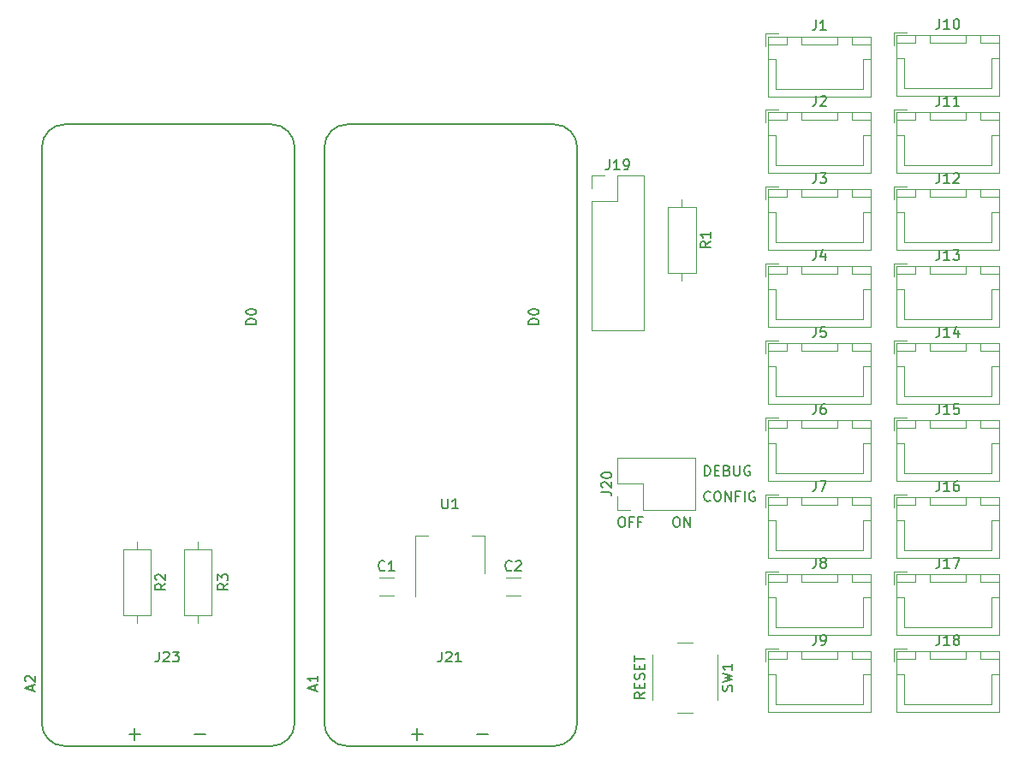
<source format=gbr>
%TF.GenerationSoftware,KiCad,Pcbnew,7.0.10-1.fc39*%
%TF.CreationDate,2024-03-03T09:54:11-06:00*%
%TF.ProjectId,mkr-sensor-shield-with-modem,6d6b722d-7365-46e7-936f-722d73686965,rev?*%
%TF.SameCoordinates,Original*%
%TF.FileFunction,Legend,Top*%
%TF.FilePolarity,Positive*%
%FSLAX46Y46*%
G04 Gerber Fmt 4.6, Leading zero omitted, Abs format (unit mm)*
G04 Created by KiCad (PCBNEW 7.0.10-1.fc39) date 2024-03-03 09:54:11*
%MOMM*%
%LPD*%
G01*
G04 APERTURE LIST*
%ADD10C,0.150000*%
%ADD11C,0.200000*%
%ADD12C,0.120000*%
G04 APERTURE END LIST*
D10*
X173272952Y-96770019D02*
X173463428Y-96770019D01*
X173463428Y-96770019D02*
X173558666Y-96817638D01*
X173558666Y-96817638D02*
X173653904Y-96912876D01*
X173653904Y-96912876D02*
X173701523Y-97103352D01*
X173701523Y-97103352D02*
X173701523Y-97436685D01*
X173701523Y-97436685D02*
X173653904Y-97627161D01*
X173653904Y-97627161D02*
X173558666Y-97722400D01*
X173558666Y-97722400D02*
X173463428Y-97770019D01*
X173463428Y-97770019D02*
X173272952Y-97770019D01*
X173272952Y-97770019D02*
X173177714Y-97722400D01*
X173177714Y-97722400D02*
X173082476Y-97627161D01*
X173082476Y-97627161D02*
X173034857Y-97436685D01*
X173034857Y-97436685D02*
X173034857Y-97103352D01*
X173034857Y-97103352D02*
X173082476Y-96912876D01*
X173082476Y-96912876D02*
X173177714Y-96817638D01*
X173177714Y-96817638D02*
X173272952Y-96770019D01*
X174130095Y-97770019D02*
X174130095Y-96770019D01*
X174130095Y-96770019D02*
X174701523Y-97770019D01*
X174701523Y-97770019D02*
X174701523Y-96770019D01*
X176705207Y-95134780D02*
X176657588Y-95182400D01*
X176657588Y-95182400D02*
X176514731Y-95230019D01*
X176514731Y-95230019D02*
X176419493Y-95230019D01*
X176419493Y-95230019D02*
X176276636Y-95182400D01*
X176276636Y-95182400D02*
X176181398Y-95087161D01*
X176181398Y-95087161D02*
X176133779Y-94991923D01*
X176133779Y-94991923D02*
X176086160Y-94801447D01*
X176086160Y-94801447D02*
X176086160Y-94658590D01*
X176086160Y-94658590D02*
X176133779Y-94468114D01*
X176133779Y-94468114D02*
X176181398Y-94372876D01*
X176181398Y-94372876D02*
X176276636Y-94277638D01*
X176276636Y-94277638D02*
X176419493Y-94230019D01*
X176419493Y-94230019D02*
X176514731Y-94230019D01*
X176514731Y-94230019D02*
X176657588Y-94277638D01*
X176657588Y-94277638D02*
X176705207Y-94325257D01*
X177324255Y-94230019D02*
X177514731Y-94230019D01*
X177514731Y-94230019D02*
X177609969Y-94277638D01*
X177609969Y-94277638D02*
X177705207Y-94372876D01*
X177705207Y-94372876D02*
X177752826Y-94563352D01*
X177752826Y-94563352D02*
X177752826Y-94896685D01*
X177752826Y-94896685D02*
X177705207Y-95087161D01*
X177705207Y-95087161D02*
X177609969Y-95182400D01*
X177609969Y-95182400D02*
X177514731Y-95230019D01*
X177514731Y-95230019D02*
X177324255Y-95230019D01*
X177324255Y-95230019D02*
X177229017Y-95182400D01*
X177229017Y-95182400D02*
X177133779Y-95087161D01*
X177133779Y-95087161D02*
X177086160Y-94896685D01*
X177086160Y-94896685D02*
X177086160Y-94563352D01*
X177086160Y-94563352D02*
X177133779Y-94372876D01*
X177133779Y-94372876D02*
X177229017Y-94277638D01*
X177229017Y-94277638D02*
X177324255Y-94230019D01*
X178181398Y-95230019D02*
X178181398Y-94230019D01*
X178181398Y-94230019D02*
X178752826Y-95230019D01*
X178752826Y-95230019D02*
X178752826Y-94230019D01*
X179562350Y-94706209D02*
X179229017Y-94706209D01*
X179229017Y-95230019D02*
X179229017Y-94230019D01*
X179229017Y-94230019D02*
X179705207Y-94230019D01*
X180086160Y-95230019D02*
X180086160Y-94230019D01*
X181086159Y-94277638D02*
X180990921Y-94230019D01*
X180990921Y-94230019D02*
X180848064Y-94230019D01*
X180848064Y-94230019D02*
X180705207Y-94277638D01*
X180705207Y-94277638D02*
X180609969Y-94372876D01*
X180609969Y-94372876D02*
X180562350Y-94468114D01*
X180562350Y-94468114D02*
X180514731Y-94658590D01*
X180514731Y-94658590D02*
X180514731Y-94801447D01*
X180514731Y-94801447D02*
X180562350Y-94991923D01*
X180562350Y-94991923D02*
X180609969Y-95087161D01*
X180609969Y-95087161D02*
X180705207Y-95182400D01*
X180705207Y-95182400D02*
X180848064Y-95230019D01*
X180848064Y-95230019D02*
X180943302Y-95230019D01*
X180943302Y-95230019D02*
X181086159Y-95182400D01*
X181086159Y-95182400D02*
X181133778Y-95134780D01*
X181133778Y-95134780D02*
X181133778Y-94801447D01*
X181133778Y-94801447D02*
X180943302Y-94801447D01*
D11*
X147156285Y-118272100D02*
X148299143Y-118272100D01*
X147727714Y-118843528D02*
X147727714Y-117700671D01*
X153584856Y-118272100D02*
X154727714Y-118272100D01*
D10*
X176133779Y-92690019D02*
X176133779Y-91690019D01*
X176133779Y-91690019D02*
X176371874Y-91690019D01*
X176371874Y-91690019D02*
X176514731Y-91737638D01*
X176514731Y-91737638D02*
X176609969Y-91832876D01*
X176609969Y-91832876D02*
X176657588Y-91928114D01*
X176657588Y-91928114D02*
X176705207Y-92118590D01*
X176705207Y-92118590D02*
X176705207Y-92261447D01*
X176705207Y-92261447D02*
X176657588Y-92451923D01*
X176657588Y-92451923D02*
X176609969Y-92547161D01*
X176609969Y-92547161D02*
X176514731Y-92642400D01*
X176514731Y-92642400D02*
X176371874Y-92690019D01*
X176371874Y-92690019D02*
X176133779Y-92690019D01*
X177133779Y-92166209D02*
X177467112Y-92166209D01*
X177609969Y-92690019D02*
X177133779Y-92690019D01*
X177133779Y-92690019D02*
X177133779Y-91690019D01*
X177133779Y-91690019D02*
X177609969Y-91690019D01*
X178371874Y-92166209D02*
X178514731Y-92213828D01*
X178514731Y-92213828D02*
X178562350Y-92261447D01*
X178562350Y-92261447D02*
X178609969Y-92356685D01*
X178609969Y-92356685D02*
X178609969Y-92499542D01*
X178609969Y-92499542D02*
X178562350Y-92594780D01*
X178562350Y-92594780D02*
X178514731Y-92642400D01*
X178514731Y-92642400D02*
X178419493Y-92690019D01*
X178419493Y-92690019D02*
X178038541Y-92690019D01*
X178038541Y-92690019D02*
X178038541Y-91690019D01*
X178038541Y-91690019D02*
X178371874Y-91690019D01*
X178371874Y-91690019D02*
X178467112Y-91737638D01*
X178467112Y-91737638D02*
X178514731Y-91785257D01*
X178514731Y-91785257D02*
X178562350Y-91880495D01*
X178562350Y-91880495D02*
X178562350Y-91975733D01*
X178562350Y-91975733D02*
X178514731Y-92070971D01*
X178514731Y-92070971D02*
X178467112Y-92118590D01*
X178467112Y-92118590D02*
X178371874Y-92166209D01*
X178371874Y-92166209D02*
X178038541Y-92166209D01*
X179038541Y-91690019D02*
X179038541Y-92499542D01*
X179038541Y-92499542D02*
X179086160Y-92594780D01*
X179086160Y-92594780D02*
X179133779Y-92642400D01*
X179133779Y-92642400D02*
X179229017Y-92690019D01*
X179229017Y-92690019D02*
X179419493Y-92690019D01*
X179419493Y-92690019D02*
X179514731Y-92642400D01*
X179514731Y-92642400D02*
X179562350Y-92594780D01*
X179562350Y-92594780D02*
X179609969Y-92499542D01*
X179609969Y-92499542D02*
X179609969Y-91690019D01*
X180609969Y-91737638D02*
X180514731Y-91690019D01*
X180514731Y-91690019D02*
X180371874Y-91690019D01*
X180371874Y-91690019D02*
X180229017Y-91737638D01*
X180229017Y-91737638D02*
X180133779Y-91832876D01*
X180133779Y-91832876D02*
X180086160Y-91928114D01*
X180086160Y-91928114D02*
X180038541Y-92118590D01*
X180038541Y-92118590D02*
X180038541Y-92261447D01*
X180038541Y-92261447D02*
X180086160Y-92451923D01*
X180086160Y-92451923D02*
X180133779Y-92547161D01*
X180133779Y-92547161D02*
X180229017Y-92642400D01*
X180229017Y-92642400D02*
X180371874Y-92690019D01*
X180371874Y-92690019D02*
X180467112Y-92690019D01*
X180467112Y-92690019D02*
X180609969Y-92642400D01*
X180609969Y-92642400D02*
X180657588Y-92594780D01*
X180657588Y-92594780D02*
X180657588Y-92261447D01*
X180657588Y-92261447D02*
X180467112Y-92261447D01*
X170196819Y-114132381D02*
X169720628Y-114465714D01*
X170196819Y-114703809D02*
X169196819Y-114703809D01*
X169196819Y-114703809D02*
X169196819Y-114322857D01*
X169196819Y-114322857D02*
X169244438Y-114227619D01*
X169244438Y-114227619D02*
X169292057Y-114180000D01*
X169292057Y-114180000D02*
X169387295Y-114132381D01*
X169387295Y-114132381D02*
X169530152Y-114132381D01*
X169530152Y-114132381D02*
X169625390Y-114180000D01*
X169625390Y-114180000D02*
X169673009Y-114227619D01*
X169673009Y-114227619D02*
X169720628Y-114322857D01*
X169720628Y-114322857D02*
X169720628Y-114703809D01*
X169673009Y-113703809D02*
X169673009Y-113370476D01*
X170196819Y-113227619D02*
X170196819Y-113703809D01*
X170196819Y-113703809D02*
X169196819Y-113703809D01*
X169196819Y-113703809D02*
X169196819Y-113227619D01*
X170149200Y-112846666D02*
X170196819Y-112703809D01*
X170196819Y-112703809D02*
X170196819Y-112465714D01*
X170196819Y-112465714D02*
X170149200Y-112370476D01*
X170149200Y-112370476D02*
X170101580Y-112322857D01*
X170101580Y-112322857D02*
X170006342Y-112275238D01*
X170006342Y-112275238D02*
X169911104Y-112275238D01*
X169911104Y-112275238D02*
X169815866Y-112322857D01*
X169815866Y-112322857D02*
X169768247Y-112370476D01*
X169768247Y-112370476D02*
X169720628Y-112465714D01*
X169720628Y-112465714D02*
X169673009Y-112656190D01*
X169673009Y-112656190D02*
X169625390Y-112751428D01*
X169625390Y-112751428D02*
X169577771Y-112799047D01*
X169577771Y-112799047D02*
X169482533Y-112846666D01*
X169482533Y-112846666D02*
X169387295Y-112846666D01*
X169387295Y-112846666D02*
X169292057Y-112799047D01*
X169292057Y-112799047D02*
X169244438Y-112751428D01*
X169244438Y-112751428D02*
X169196819Y-112656190D01*
X169196819Y-112656190D02*
X169196819Y-112418095D01*
X169196819Y-112418095D02*
X169244438Y-112275238D01*
X169673009Y-111846666D02*
X169673009Y-111513333D01*
X170196819Y-111370476D02*
X170196819Y-111846666D01*
X170196819Y-111846666D02*
X169196819Y-111846666D01*
X169196819Y-111846666D02*
X169196819Y-111370476D01*
X169196819Y-111084761D02*
X169196819Y-110513333D01*
X170196819Y-110799047D02*
X169196819Y-110799047D01*
D11*
X119216285Y-118272100D02*
X120359143Y-118272100D01*
X119787714Y-118843528D02*
X119787714Y-117700671D01*
X125644856Y-118272100D02*
X126787714Y-118272100D01*
D10*
X167859619Y-96770019D02*
X168050095Y-96770019D01*
X168050095Y-96770019D02*
X168145333Y-96817638D01*
X168145333Y-96817638D02*
X168240571Y-96912876D01*
X168240571Y-96912876D02*
X168288190Y-97103352D01*
X168288190Y-97103352D02*
X168288190Y-97436685D01*
X168288190Y-97436685D02*
X168240571Y-97627161D01*
X168240571Y-97627161D02*
X168145333Y-97722400D01*
X168145333Y-97722400D02*
X168050095Y-97770019D01*
X168050095Y-97770019D02*
X167859619Y-97770019D01*
X167859619Y-97770019D02*
X167764381Y-97722400D01*
X167764381Y-97722400D02*
X167669143Y-97627161D01*
X167669143Y-97627161D02*
X167621524Y-97436685D01*
X167621524Y-97436685D02*
X167621524Y-97103352D01*
X167621524Y-97103352D02*
X167669143Y-96912876D01*
X167669143Y-96912876D02*
X167764381Y-96817638D01*
X167764381Y-96817638D02*
X167859619Y-96770019D01*
X169050095Y-97246209D02*
X168716762Y-97246209D01*
X168716762Y-97770019D02*
X168716762Y-96770019D01*
X168716762Y-96770019D02*
X169192952Y-96770019D01*
X169907238Y-97246209D02*
X169573905Y-97246209D01*
X169573905Y-97770019D02*
X169573905Y-96770019D01*
X169573905Y-96770019D02*
X170050095Y-96770019D01*
X199372476Y-77980019D02*
X199372476Y-78694304D01*
X199372476Y-78694304D02*
X199324857Y-78837161D01*
X199324857Y-78837161D02*
X199229619Y-78932400D01*
X199229619Y-78932400D02*
X199086762Y-78980019D01*
X199086762Y-78980019D02*
X198991524Y-78980019D01*
X200372476Y-78980019D02*
X199801048Y-78980019D01*
X200086762Y-78980019D02*
X200086762Y-77980019D01*
X200086762Y-77980019D02*
X199991524Y-78122876D01*
X199991524Y-78122876D02*
X199896286Y-78218114D01*
X199896286Y-78218114D02*
X199801048Y-78265733D01*
X201229619Y-78313352D02*
X201229619Y-78980019D01*
X200991524Y-77932400D02*
X200753429Y-78646685D01*
X200753429Y-78646685D02*
X201372476Y-78646685D01*
X187148666Y-93220019D02*
X187148666Y-93934304D01*
X187148666Y-93934304D02*
X187101047Y-94077161D01*
X187101047Y-94077161D02*
X187005809Y-94172400D01*
X187005809Y-94172400D02*
X186862952Y-94220019D01*
X186862952Y-94220019D02*
X186767714Y-94220019D01*
X187529619Y-93220019D02*
X188196285Y-93220019D01*
X188196285Y-93220019D02*
X187767714Y-94220019D01*
X157050333Y-102019580D02*
X157002714Y-102067200D01*
X157002714Y-102067200D02*
X156859857Y-102114819D01*
X156859857Y-102114819D02*
X156764619Y-102114819D01*
X156764619Y-102114819D02*
X156621762Y-102067200D01*
X156621762Y-102067200D02*
X156526524Y-101971961D01*
X156526524Y-101971961D02*
X156478905Y-101876723D01*
X156478905Y-101876723D02*
X156431286Y-101686247D01*
X156431286Y-101686247D02*
X156431286Y-101543390D01*
X156431286Y-101543390D02*
X156478905Y-101352914D01*
X156478905Y-101352914D02*
X156526524Y-101257676D01*
X156526524Y-101257676D02*
X156621762Y-101162438D01*
X156621762Y-101162438D02*
X156764619Y-101114819D01*
X156764619Y-101114819D02*
X156859857Y-101114819D01*
X156859857Y-101114819D02*
X157002714Y-101162438D01*
X157002714Y-101162438D02*
X157050333Y-101210057D01*
X157431286Y-101210057D02*
X157478905Y-101162438D01*
X157478905Y-101162438D02*
X157574143Y-101114819D01*
X157574143Y-101114819D02*
X157812238Y-101114819D01*
X157812238Y-101114819D02*
X157907476Y-101162438D01*
X157907476Y-101162438D02*
X157955095Y-101210057D01*
X157955095Y-101210057D02*
X158002714Y-101305295D01*
X158002714Y-101305295D02*
X158002714Y-101400533D01*
X158002714Y-101400533D02*
X157955095Y-101543390D01*
X157955095Y-101543390D02*
X157383667Y-102114819D01*
X157383667Y-102114819D02*
X158002714Y-102114819D01*
X199372476Y-55120019D02*
X199372476Y-55834304D01*
X199372476Y-55834304D02*
X199324857Y-55977161D01*
X199324857Y-55977161D02*
X199229619Y-56072400D01*
X199229619Y-56072400D02*
X199086762Y-56120019D01*
X199086762Y-56120019D02*
X198991524Y-56120019D01*
X200372476Y-56120019D02*
X199801048Y-56120019D01*
X200086762Y-56120019D02*
X200086762Y-55120019D01*
X200086762Y-55120019D02*
X199991524Y-55262876D01*
X199991524Y-55262876D02*
X199896286Y-55358114D01*
X199896286Y-55358114D02*
X199801048Y-55405733D01*
X201324857Y-56120019D02*
X200753429Y-56120019D01*
X201039143Y-56120019D02*
X201039143Y-55120019D01*
X201039143Y-55120019D02*
X200943905Y-55262876D01*
X200943905Y-55262876D02*
X200848667Y-55358114D01*
X200848667Y-55358114D02*
X200753429Y-55405733D01*
X199372476Y-70360019D02*
X199372476Y-71074304D01*
X199372476Y-71074304D02*
X199324857Y-71217161D01*
X199324857Y-71217161D02*
X199229619Y-71312400D01*
X199229619Y-71312400D02*
X199086762Y-71360019D01*
X199086762Y-71360019D02*
X198991524Y-71360019D01*
X200372476Y-71360019D02*
X199801048Y-71360019D01*
X200086762Y-71360019D02*
X200086762Y-70360019D01*
X200086762Y-70360019D02*
X199991524Y-70502876D01*
X199991524Y-70502876D02*
X199896286Y-70598114D01*
X199896286Y-70598114D02*
X199801048Y-70645733D01*
X200705810Y-70360019D02*
X201324857Y-70360019D01*
X201324857Y-70360019D02*
X200991524Y-70740971D01*
X200991524Y-70740971D02*
X201134381Y-70740971D01*
X201134381Y-70740971D02*
X201229619Y-70788590D01*
X201229619Y-70788590D02*
X201277238Y-70836209D01*
X201277238Y-70836209D02*
X201324857Y-70931447D01*
X201324857Y-70931447D02*
X201324857Y-71169542D01*
X201324857Y-71169542D02*
X201277238Y-71264780D01*
X201277238Y-71264780D02*
X201229619Y-71312400D01*
X201229619Y-71312400D02*
X201134381Y-71360019D01*
X201134381Y-71360019D02*
X200848667Y-71360019D01*
X200848667Y-71360019D02*
X200753429Y-71312400D01*
X200753429Y-71312400D02*
X200705810Y-71264780D01*
X199372476Y-85600019D02*
X199372476Y-86314304D01*
X199372476Y-86314304D02*
X199324857Y-86457161D01*
X199324857Y-86457161D02*
X199229619Y-86552400D01*
X199229619Y-86552400D02*
X199086762Y-86600019D01*
X199086762Y-86600019D02*
X198991524Y-86600019D01*
X200372476Y-86600019D02*
X199801048Y-86600019D01*
X200086762Y-86600019D02*
X200086762Y-85600019D01*
X200086762Y-85600019D02*
X199991524Y-85742876D01*
X199991524Y-85742876D02*
X199896286Y-85838114D01*
X199896286Y-85838114D02*
X199801048Y-85885733D01*
X201277238Y-85600019D02*
X200801048Y-85600019D01*
X200801048Y-85600019D02*
X200753429Y-86076209D01*
X200753429Y-86076209D02*
X200801048Y-86028590D01*
X200801048Y-86028590D02*
X200896286Y-85980971D01*
X200896286Y-85980971D02*
X201134381Y-85980971D01*
X201134381Y-85980971D02*
X201229619Y-86028590D01*
X201229619Y-86028590D02*
X201277238Y-86076209D01*
X201277238Y-86076209D02*
X201324857Y-86171447D01*
X201324857Y-86171447D02*
X201324857Y-86409542D01*
X201324857Y-86409542D02*
X201277238Y-86504780D01*
X201277238Y-86504780D02*
X201229619Y-86552400D01*
X201229619Y-86552400D02*
X201134381Y-86600019D01*
X201134381Y-86600019D02*
X200896286Y-86600019D01*
X200896286Y-86600019D02*
X200801048Y-86552400D01*
X200801048Y-86552400D02*
X200753429Y-86504780D01*
X199372476Y-62740019D02*
X199372476Y-63454304D01*
X199372476Y-63454304D02*
X199324857Y-63597161D01*
X199324857Y-63597161D02*
X199229619Y-63692400D01*
X199229619Y-63692400D02*
X199086762Y-63740019D01*
X199086762Y-63740019D02*
X198991524Y-63740019D01*
X200372476Y-63740019D02*
X199801048Y-63740019D01*
X200086762Y-63740019D02*
X200086762Y-62740019D01*
X200086762Y-62740019D02*
X199991524Y-62882876D01*
X199991524Y-62882876D02*
X199896286Y-62978114D01*
X199896286Y-62978114D02*
X199801048Y-63025733D01*
X200753429Y-62835257D02*
X200801048Y-62787638D01*
X200801048Y-62787638D02*
X200896286Y-62740019D01*
X200896286Y-62740019D02*
X201134381Y-62740019D01*
X201134381Y-62740019D02*
X201229619Y-62787638D01*
X201229619Y-62787638D02*
X201277238Y-62835257D01*
X201277238Y-62835257D02*
X201324857Y-62930495D01*
X201324857Y-62930495D02*
X201324857Y-63025733D01*
X201324857Y-63025733D02*
X201277238Y-63168590D01*
X201277238Y-63168590D02*
X200705810Y-63740019D01*
X200705810Y-63740019D02*
X201324857Y-63740019D01*
X150132476Y-110114819D02*
X150132476Y-110829104D01*
X150132476Y-110829104D02*
X150084857Y-110971961D01*
X150084857Y-110971961D02*
X149989619Y-111067200D01*
X149989619Y-111067200D02*
X149846762Y-111114819D01*
X149846762Y-111114819D02*
X149751524Y-111114819D01*
X150561048Y-110210057D02*
X150608667Y-110162438D01*
X150608667Y-110162438D02*
X150703905Y-110114819D01*
X150703905Y-110114819D02*
X150942000Y-110114819D01*
X150942000Y-110114819D02*
X151037238Y-110162438D01*
X151037238Y-110162438D02*
X151084857Y-110210057D01*
X151084857Y-110210057D02*
X151132476Y-110305295D01*
X151132476Y-110305295D02*
X151132476Y-110400533D01*
X151132476Y-110400533D02*
X151084857Y-110543390D01*
X151084857Y-110543390D02*
X150513429Y-111114819D01*
X150513429Y-111114819D02*
X151132476Y-111114819D01*
X152084857Y-111114819D02*
X151513429Y-111114819D01*
X151799143Y-111114819D02*
X151799143Y-110114819D01*
X151799143Y-110114819D02*
X151703905Y-110257676D01*
X151703905Y-110257676D02*
X151608667Y-110352914D01*
X151608667Y-110352914D02*
X151513429Y-110400533D01*
X199372476Y-100840019D02*
X199372476Y-101554304D01*
X199372476Y-101554304D02*
X199324857Y-101697161D01*
X199324857Y-101697161D02*
X199229619Y-101792400D01*
X199229619Y-101792400D02*
X199086762Y-101840019D01*
X199086762Y-101840019D02*
X198991524Y-101840019D01*
X200372476Y-101840019D02*
X199801048Y-101840019D01*
X200086762Y-101840019D02*
X200086762Y-100840019D01*
X200086762Y-100840019D02*
X199991524Y-100982876D01*
X199991524Y-100982876D02*
X199896286Y-101078114D01*
X199896286Y-101078114D02*
X199801048Y-101125733D01*
X200705810Y-100840019D02*
X201372476Y-100840019D01*
X201372476Y-100840019D02*
X200943905Y-101840019D01*
X199372476Y-93220019D02*
X199372476Y-93934304D01*
X199372476Y-93934304D02*
X199324857Y-94077161D01*
X199324857Y-94077161D02*
X199229619Y-94172400D01*
X199229619Y-94172400D02*
X199086762Y-94220019D01*
X199086762Y-94220019D02*
X198991524Y-94220019D01*
X200372476Y-94220019D02*
X199801048Y-94220019D01*
X200086762Y-94220019D02*
X200086762Y-93220019D01*
X200086762Y-93220019D02*
X199991524Y-93362876D01*
X199991524Y-93362876D02*
X199896286Y-93458114D01*
X199896286Y-93458114D02*
X199801048Y-93505733D01*
X201229619Y-93220019D02*
X201039143Y-93220019D01*
X201039143Y-93220019D02*
X200943905Y-93267638D01*
X200943905Y-93267638D02*
X200896286Y-93315257D01*
X200896286Y-93315257D02*
X200801048Y-93458114D01*
X200801048Y-93458114D02*
X200753429Y-93648590D01*
X200753429Y-93648590D02*
X200753429Y-94029542D01*
X200753429Y-94029542D02*
X200801048Y-94124780D01*
X200801048Y-94124780D02*
X200848667Y-94172400D01*
X200848667Y-94172400D02*
X200943905Y-94220019D01*
X200943905Y-94220019D02*
X201134381Y-94220019D01*
X201134381Y-94220019D02*
X201229619Y-94172400D01*
X201229619Y-94172400D02*
X201277238Y-94124780D01*
X201277238Y-94124780D02*
X201324857Y-94029542D01*
X201324857Y-94029542D02*
X201324857Y-93791447D01*
X201324857Y-93791447D02*
X201277238Y-93696209D01*
X201277238Y-93696209D02*
X201229619Y-93648590D01*
X201229619Y-93648590D02*
X201134381Y-93600971D01*
X201134381Y-93600971D02*
X200943905Y-93600971D01*
X200943905Y-93600971D02*
X200848667Y-93648590D01*
X200848667Y-93648590D02*
X200801048Y-93696209D01*
X200801048Y-93696209D02*
X200753429Y-93791447D01*
X187148666Y-77980019D02*
X187148666Y-78694304D01*
X187148666Y-78694304D02*
X187101047Y-78837161D01*
X187101047Y-78837161D02*
X187005809Y-78932400D01*
X187005809Y-78932400D02*
X186862952Y-78980019D01*
X186862952Y-78980019D02*
X186767714Y-78980019D01*
X188101047Y-77980019D02*
X187624857Y-77980019D01*
X187624857Y-77980019D02*
X187577238Y-78456209D01*
X187577238Y-78456209D02*
X187624857Y-78408590D01*
X187624857Y-78408590D02*
X187720095Y-78360971D01*
X187720095Y-78360971D02*
X187958190Y-78360971D01*
X187958190Y-78360971D02*
X188053428Y-78408590D01*
X188053428Y-78408590D02*
X188101047Y-78456209D01*
X188101047Y-78456209D02*
X188148666Y-78551447D01*
X188148666Y-78551447D02*
X188148666Y-78789542D01*
X188148666Y-78789542D02*
X188101047Y-78884780D01*
X188101047Y-78884780D02*
X188053428Y-78932400D01*
X188053428Y-78932400D02*
X187958190Y-78980019D01*
X187958190Y-78980019D02*
X187720095Y-78980019D01*
X187720095Y-78980019D02*
X187624857Y-78932400D01*
X187624857Y-78932400D02*
X187577238Y-78884780D01*
X187148666Y-47624819D02*
X187148666Y-48339104D01*
X187148666Y-48339104D02*
X187101047Y-48481961D01*
X187101047Y-48481961D02*
X187005809Y-48577200D01*
X187005809Y-48577200D02*
X186862952Y-48624819D01*
X186862952Y-48624819D02*
X186767714Y-48624819D01*
X188148666Y-48624819D02*
X187577238Y-48624819D01*
X187862952Y-48624819D02*
X187862952Y-47624819D01*
X187862952Y-47624819D02*
X187767714Y-47767676D01*
X187767714Y-47767676D02*
X187672476Y-47862914D01*
X187672476Y-47862914D02*
X187577238Y-47910533D01*
X150180095Y-94964819D02*
X150180095Y-95774342D01*
X150180095Y-95774342D02*
X150227714Y-95869580D01*
X150227714Y-95869580D02*
X150275333Y-95917200D01*
X150275333Y-95917200D02*
X150370571Y-95964819D01*
X150370571Y-95964819D02*
X150561047Y-95964819D01*
X150561047Y-95964819D02*
X150656285Y-95917200D01*
X150656285Y-95917200D02*
X150703904Y-95869580D01*
X150703904Y-95869580D02*
X150751523Y-95774342D01*
X150751523Y-95774342D02*
X150751523Y-94964819D01*
X151751523Y-95964819D02*
X151180095Y-95964819D01*
X151465809Y-95964819D02*
X151465809Y-94964819D01*
X151465809Y-94964819D02*
X151370571Y-95107676D01*
X151370571Y-95107676D02*
X151275333Y-95202914D01*
X151275333Y-95202914D02*
X151180095Y-95250533D01*
X187148666Y-100840019D02*
X187148666Y-101554304D01*
X187148666Y-101554304D02*
X187101047Y-101697161D01*
X187101047Y-101697161D02*
X187005809Y-101792400D01*
X187005809Y-101792400D02*
X186862952Y-101840019D01*
X186862952Y-101840019D02*
X186767714Y-101840019D01*
X187767714Y-101268590D02*
X187672476Y-101220971D01*
X187672476Y-101220971D02*
X187624857Y-101173352D01*
X187624857Y-101173352D02*
X187577238Y-101078114D01*
X187577238Y-101078114D02*
X187577238Y-101030495D01*
X187577238Y-101030495D02*
X187624857Y-100935257D01*
X187624857Y-100935257D02*
X187672476Y-100887638D01*
X187672476Y-100887638D02*
X187767714Y-100840019D01*
X187767714Y-100840019D02*
X187958190Y-100840019D01*
X187958190Y-100840019D02*
X188053428Y-100887638D01*
X188053428Y-100887638D02*
X188101047Y-100935257D01*
X188101047Y-100935257D02*
X188148666Y-101030495D01*
X188148666Y-101030495D02*
X188148666Y-101078114D01*
X188148666Y-101078114D02*
X188101047Y-101173352D01*
X188101047Y-101173352D02*
X188053428Y-101220971D01*
X188053428Y-101220971D02*
X187958190Y-101268590D01*
X187958190Y-101268590D02*
X187767714Y-101268590D01*
X187767714Y-101268590D02*
X187672476Y-101316209D01*
X187672476Y-101316209D02*
X187624857Y-101363828D01*
X187624857Y-101363828D02*
X187577238Y-101459066D01*
X187577238Y-101459066D02*
X187577238Y-101649542D01*
X187577238Y-101649542D02*
X187624857Y-101744780D01*
X187624857Y-101744780D02*
X187672476Y-101792400D01*
X187672476Y-101792400D02*
X187767714Y-101840019D01*
X187767714Y-101840019D02*
X187958190Y-101840019D01*
X187958190Y-101840019D02*
X188053428Y-101792400D01*
X188053428Y-101792400D02*
X188101047Y-101744780D01*
X188101047Y-101744780D02*
X188148666Y-101649542D01*
X188148666Y-101649542D02*
X188148666Y-101459066D01*
X188148666Y-101459066D02*
X188101047Y-101363828D01*
X188101047Y-101363828D02*
X188053428Y-101316209D01*
X188053428Y-101316209D02*
X187958190Y-101268590D01*
X176716819Y-69541866D02*
X176240628Y-69875199D01*
X176716819Y-70113294D02*
X175716819Y-70113294D01*
X175716819Y-70113294D02*
X175716819Y-69732342D01*
X175716819Y-69732342D02*
X175764438Y-69637104D01*
X175764438Y-69637104D02*
X175812057Y-69589485D01*
X175812057Y-69589485D02*
X175907295Y-69541866D01*
X175907295Y-69541866D02*
X176050152Y-69541866D01*
X176050152Y-69541866D02*
X176145390Y-69589485D01*
X176145390Y-69589485D02*
X176193009Y-69637104D01*
X176193009Y-69637104D02*
X176240628Y-69732342D01*
X176240628Y-69732342D02*
X176240628Y-70113294D01*
X176716819Y-68589485D02*
X176716819Y-69160913D01*
X176716819Y-68875199D02*
X175716819Y-68875199D01*
X175716819Y-68875199D02*
X175859676Y-68970437D01*
X175859676Y-68970437D02*
X175954914Y-69065675D01*
X175954914Y-69065675D02*
X176002533Y-69160913D01*
X187148666Y-70360019D02*
X187148666Y-71074304D01*
X187148666Y-71074304D02*
X187101047Y-71217161D01*
X187101047Y-71217161D02*
X187005809Y-71312400D01*
X187005809Y-71312400D02*
X186862952Y-71360019D01*
X186862952Y-71360019D02*
X186767714Y-71360019D01*
X188053428Y-70693352D02*
X188053428Y-71360019D01*
X187815333Y-70312400D02*
X187577238Y-71026685D01*
X187577238Y-71026685D02*
X188196285Y-71026685D01*
X178844200Y-114013332D02*
X178891819Y-113870475D01*
X178891819Y-113870475D02*
X178891819Y-113632380D01*
X178891819Y-113632380D02*
X178844200Y-113537142D01*
X178844200Y-113537142D02*
X178796580Y-113489523D01*
X178796580Y-113489523D02*
X178701342Y-113441904D01*
X178701342Y-113441904D02*
X178606104Y-113441904D01*
X178606104Y-113441904D02*
X178510866Y-113489523D01*
X178510866Y-113489523D02*
X178463247Y-113537142D01*
X178463247Y-113537142D02*
X178415628Y-113632380D01*
X178415628Y-113632380D02*
X178368009Y-113822856D01*
X178368009Y-113822856D02*
X178320390Y-113918094D01*
X178320390Y-113918094D02*
X178272771Y-113965713D01*
X178272771Y-113965713D02*
X178177533Y-114013332D01*
X178177533Y-114013332D02*
X178082295Y-114013332D01*
X178082295Y-114013332D02*
X177987057Y-113965713D01*
X177987057Y-113965713D02*
X177939438Y-113918094D01*
X177939438Y-113918094D02*
X177891819Y-113822856D01*
X177891819Y-113822856D02*
X177891819Y-113584761D01*
X177891819Y-113584761D02*
X177939438Y-113441904D01*
X177891819Y-113108570D02*
X178891819Y-112870475D01*
X178891819Y-112870475D02*
X178177533Y-112679999D01*
X178177533Y-112679999D02*
X178891819Y-112489523D01*
X178891819Y-112489523D02*
X177891819Y-112251428D01*
X178891819Y-111346666D02*
X178891819Y-111918094D01*
X178891819Y-111632380D02*
X177891819Y-111632380D01*
X177891819Y-111632380D02*
X178034676Y-111727618D01*
X178034676Y-111727618D02*
X178129914Y-111822856D01*
X178129914Y-111822856D02*
X178177533Y-111918094D01*
X187148666Y-108460019D02*
X187148666Y-109174304D01*
X187148666Y-109174304D02*
X187101047Y-109317161D01*
X187101047Y-109317161D02*
X187005809Y-109412400D01*
X187005809Y-109412400D02*
X186862952Y-109460019D01*
X186862952Y-109460019D02*
X186767714Y-109460019D01*
X187672476Y-109460019D02*
X187862952Y-109460019D01*
X187862952Y-109460019D02*
X187958190Y-109412400D01*
X187958190Y-109412400D02*
X188005809Y-109364780D01*
X188005809Y-109364780D02*
X188101047Y-109221923D01*
X188101047Y-109221923D02*
X188148666Y-109031447D01*
X188148666Y-109031447D02*
X188148666Y-108650495D01*
X188148666Y-108650495D02*
X188101047Y-108555257D01*
X188101047Y-108555257D02*
X188053428Y-108507638D01*
X188053428Y-108507638D02*
X187958190Y-108460019D01*
X187958190Y-108460019D02*
X187767714Y-108460019D01*
X187767714Y-108460019D02*
X187672476Y-108507638D01*
X187672476Y-108507638D02*
X187624857Y-108555257D01*
X187624857Y-108555257D02*
X187577238Y-108650495D01*
X187577238Y-108650495D02*
X187577238Y-108888590D01*
X187577238Y-108888590D02*
X187624857Y-108983828D01*
X187624857Y-108983828D02*
X187672476Y-109031447D01*
X187672476Y-109031447D02*
X187767714Y-109079066D01*
X187767714Y-109079066D02*
X187958190Y-109079066D01*
X187958190Y-109079066D02*
X188053428Y-109031447D01*
X188053428Y-109031447D02*
X188101047Y-108983828D01*
X188101047Y-108983828D02*
X188148666Y-108888590D01*
X128996819Y-103396666D02*
X128520628Y-103729999D01*
X128996819Y-103968094D02*
X127996819Y-103968094D01*
X127996819Y-103968094D02*
X127996819Y-103587142D01*
X127996819Y-103587142D02*
X128044438Y-103491904D01*
X128044438Y-103491904D02*
X128092057Y-103444285D01*
X128092057Y-103444285D02*
X128187295Y-103396666D01*
X128187295Y-103396666D02*
X128330152Y-103396666D01*
X128330152Y-103396666D02*
X128425390Y-103444285D01*
X128425390Y-103444285D02*
X128473009Y-103491904D01*
X128473009Y-103491904D02*
X128520628Y-103587142D01*
X128520628Y-103587142D02*
X128520628Y-103968094D01*
X127996819Y-103063332D02*
X127996819Y-102444285D01*
X127996819Y-102444285D02*
X128377771Y-102777618D01*
X128377771Y-102777618D02*
X128377771Y-102634761D01*
X128377771Y-102634761D02*
X128425390Y-102539523D01*
X128425390Y-102539523D02*
X128473009Y-102491904D01*
X128473009Y-102491904D02*
X128568247Y-102444285D01*
X128568247Y-102444285D02*
X128806342Y-102444285D01*
X128806342Y-102444285D02*
X128901580Y-102491904D01*
X128901580Y-102491904D02*
X128949200Y-102539523D01*
X128949200Y-102539523D02*
X128996819Y-102634761D01*
X128996819Y-102634761D02*
X128996819Y-102920475D01*
X128996819Y-102920475D02*
X128949200Y-103015713D01*
X128949200Y-103015713D02*
X128901580Y-103063332D01*
X187148666Y-62740019D02*
X187148666Y-63454304D01*
X187148666Y-63454304D02*
X187101047Y-63597161D01*
X187101047Y-63597161D02*
X187005809Y-63692400D01*
X187005809Y-63692400D02*
X186862952Y-63740019D01*
X186862952Y-63740019D02*
X186767714Y-63740019D01*
X187529619Y-62740019D02*
X188148666Y-62740019D01*
X188148666Y-62740019D02*
X187815333Y-63120971D01*
X187815333Y-63120971D02*
X187958190Y-63120971D01*
X187958190Y-63120971D02*
X188053428Y-63168590D01*
X188053428Y-63168590D02*
X188101047Y-63216209D01*
X188101047Y-63216209D02*
X188148666Y-63311447D01*
X188148666Y-63311447D02*
X188148666Y-63549542D01*
X188148666Y-63549542D02*
X188101047Y-63644780D01*
X188101047Y-63644780D02*
X188053428Y-63692400D01*
X188053428Y-63692400D02*
X187958190Y-63740019D01*
X187958190Y-63740019D02*
X187672476Y-63740019D01*
X187672476Y-63740019D02*
X187577238Y-63692400D01*
X187577238Y-63692400D02*
X187529619Y-63644780D01*
X166732476Y-61420019D02*
X166732476Y-62134304D01*
X166732476Y-62134304D02*
X166684857Y-62277161D01*
X166684857Y-62277161D02*
X166589619Y-62372400D01*
X166589619Y-62372400D02*
X166446762Y-62420019D01*
X166446762Y-62420019D02*
X166351524Y-62420019D01*
X167732476Y-62420019D02*
X167161048Y-62420019D01*
X167446762Y-62420019D02*
X167446762Y-61420019D01*
X167446762Y-61420019D02*
X167351524Y-61562876D01*
X167351524Y-61562876D02*
X167256286Y-61658114D01*
X167256286Y-61658114D02*
X167161048Y-61705733D01*
X168208667Y-62420019D02*
X168399143Y-62420019D01*
X168399143Y-62420019D02*
X168494381Y-62372400D01*
X168494381Y-62372400D02*
X168542000Y-62324780D01*
X168542000Y-62324780D02*
X168637238Y-62181923D01*
X168637238Y-62181923D02*
X168684857Y-61991447D01*
X168684857Y-61991447D02*
X168684857Y-61610495D01*
X168684857Y-61610495D02*
X168637238Y-61515257D01*
X168637238Y-61515257D02*
X168589619Y-61467638D01*
X168589619Y-61467638D02*
X168494381Y-61420019D01*
X168494381Y-61420019D02*
X168303905Y-61420019D01*
X168303905Y-61420019D02*
X168208667Y-61467638D01*
X168208667Y-61467638D02*
X168161048Y-61515257D01*
X168161048Y-61515257D02*
X168113429Y-61610495D01*
X168113429Y-61610495D02*
X168113429Y-61848590D01*
X168113429Y-61848590D02*
X168161048Y-61943828D01*
X168161048Y-61943828D02*
X168208667Y-61991447D01*
X168208667Y-61991447D02*
X168303905Y-62039066D01*
X168303905Y-62039066D02*
X168494381Y-62039066D01*
X168494381Y-62039066D02*
X168589619Y-61991447D01*
X168589619Y-61991447D02*
X168637238Y-61943828D01*
X168637238Y-61943828D02*
X168684857Y-61848590D01*
X187148666Y-55120019D02*
X187148666Y-55834304D01*
X187148666Y-55834304D02*
X187101047Y-55977161D01*
X187101047Y-55977161D02*
X187005809Y-56072400D01*
X187005809Y-56072400D02*
X186862952Y-56120019D01*
X186862952Y-56120019D02*
X186767714Y-56120019D01*
X187577238Y-55215257D02*
X187624857Y-55167638D01*
X187624857Y-55167638D02*
X187720095Y-55120019D01*
X187720095Y-55120019D02*
X187958190Y-55120019D01*
X187958190Y-55120019D02*
X188053428Y-55167638D01*
X188053428Y-55167638D02*
X188101047Y-55215257D01*
X188101047Y-55215257D02*
X188148666Y-55310495D01*
X188148666Y-55310495D02*
X188148666Y-55405733D01*
X188148666Y-55405733D02*
X188101047Y-55548590D01*
X188101047Y-55548590D02*
X187529619Y-56120019D01*
X187529619Y-56120019D02*
X188148666Y-56120019D01*
X109661104Y-113914285D02*
X109661104Y-113438095D01*
X109946819Y-114009523D02*
X108946819Y-113676190D01*
X108946819Y-113676190D02*
X109946819Y-113342857D01*
X109042057Y-113057142D02*
X108994438Y-113009523D01*
X108994438Y-113009523D02*
X108946819Y-112914285D01*
X108946819Y-112914285D02*
X108946819Y-112676190D01*
X108946819Y-112676190D02*
X108994438Y-112580952D01*
X108994438Y-112580952D02*
X109042057Y-112533333D01*
X109042057Y-112533333D02*
X109137295Y-112485714D01*
X109137295Y-112485714D02*
X109232533Y-112485714D01*
X109232533Y-112485714D02*
X109375390Y-112533333D01*
X109375390Y-112533333D02*
X109946819Y-113104761D01*
X109946819Y-113104761D02*
X109946819Y-112485714D01*
X131801819Y-77733294D02*
X130801819Y-77733294D01*
X130801819Y-77733294D02*
X130801819Y-77495199D01*
X130801819Y-77495199D02*
X130849438Y-77352342D01*
X130849438Y-77352342D02*
X130944676Y-77257104D01*
X130944676Y-77257104D02*
X131039914Y-77209485D01*
X131039914Y-77209485D02*
X131230390Y-77161866D01*
X131230390Y-77161866D02*
X131373247Y-77161866D01*
X131373247Y-77161866D02*
X131563723Y-77209485D01*
X131563723Y-77209485D02*
X131658961Y-77257104D01*
X131658961Y-77257104D02*
X131754200Y-77352342D01*
X131754200Y-77352342D02*
X131801819Y-77495199D01*
X131801819Y-77495199D02*
X131801819Y-77733294D01*
X130801819Y-76542818D02*
X130801819Y-76447580D01*
X130801819Y-76447580D02*
X130849438Y-76352342D01*
X130849438Y-76352342D02*
X130897057Y-76304723D01*
X130897057Y-76304723D02*
X130992295Y-76257104D01*
X130992295Y-76257104D02*
X131182771Y-76209485D01*
X131182771Y-76209485D02*
X131420866Y-76209485D01*
X131420866Y-76209485D02*
X131611342Y-76257104D01*
X131611342Y-76257104D02*
X131706580Y-76304723D01*
X131706580Y-76304723D02*
X131754200Y-76352342D01*
X131754200Y-76352342D02*
X131801819Y-76447580D01*
X131801819Y-76447580D02*
X131801819Y-76542818D01*
X131801819Y-76542818D02*
X131754200Y-76638056D01*
X131754200Y-76638056D02*
X131706580Y-76685675D01*
X131706580Y-76685675D02*
X131611342Y-76733294D01*
X131611342Y-76733294D02*
X131420866Y-76780913D01*
X131420866Y-76780913D02*
X131182771Y-76780913D01*
X131182771Y-76780913D02*
X130992295Y-76733294D01*
X130992295Y-76733294D02*
X130897057Y-76685675D01*
X130897057Y-76685675D02*
X130849438Y-76638056D01*
X130849438Y-76638056D02*
X130801819Y-76542818D01*
X199372476Y-108460019D02*
X199372476Y-109174304D01*
X199372476Y-109174304D02*
X199324857Y-109317161D01*
X199324857Y-109317161D02*
X199229619Y-109412400D01*
X199229619Y-109412400D02*
X199086762Y-109460019D01*
X199086762Y-109460019D02*
X198991524Y-109460019D01*
X200372476Y-109460019D02*
X199801048Y-109460019D01*
X200086762Y-109460019D02*
X200086762Y-108460019D01*
X200086762Y-108460019D02*
X199991524Y-108602876D01*
X199991524Y-108602876D02*
X199896286Y-108698114D01*
X199896286Y-108698114D02*
X199801048Y-108745733D01*
X200943905Y-108888590D02*
X200848667Y-108840971D01*
X200848667Y-108840971D02*
X200801048Y-108793352D01*
X200801048Y-108793352D02*
X200753429Y-108698114D01*
X200753429Y-108698114D02*
X200753429Y-108650495D01*
X200753429Y-108650495D02*
X200801048Y-108555257D01*
X200801048Y-108555257D02*
X200848667Y-108507638D01*
X200848667Y-108507638D02*
X200943905Y-108460019D01*
X200943905Y-108460019D02*
X201134381Y-108460019D01*
X201134381Y-108460019D02*
X201229619Y-108507638D01*
X201229619Y-108507638D02*
X201277238Y-108555257D01*
X201277238Y-108555257D02*
X201324857Y-108650495D01*
X201324857Y-108650495D02*
X201324857Y-108698114D01*
X201324857Y-108698114D02*
X201277238Y-108793352D01*
X201277238Y-108793352D02*
X201229619Y-108840971D01*
X201229619Y-108840971D02*
X201134381Y-108888590D01*
X201134381Y-108888590D02*
X200943905Y-108888590D01*
X200943905Y-108888590D02*
X200848667Y-108936209D01*
X200848667Y-108936209D02*
X200801048Y-108983828D01*
X200801048Y-108983828D02*
X200753429Y-109079066D01*
X200753429Y-109079066D02*
X200753429Y-109269542D01*
X200753429Y-109269542D02*
X200801048Y-109364780D01*
X200801048Y-109364780D02*
X200848667Y-109412400D01*
X200848667Y-109412400D02*
X200943905Y-109460019D01*
X200943905Y-109460019D02*
X201134381Y-109460019D01*
X201134381Y-109460019D02*
X201229619Y-109412400D01*
X201229619Y-109412400D02*
X201277238Y-109364780D01*
X201277238Y-109364780D02*
X201324857Y-109269542D01*
X201324857Y-109269542D02*
X201324857Y-109079066D01*
X201324857Y-109079066D02*
X201277238Y-108983828D01*
X201277238Y-108983828D02*
X201229619Y-108936209D01*
X201229619Y-108936209D02*
X201134381Y-108888590D01*
X122826819Y-103396666D02*
X122350628Y-103729999D01*
X122826819Y-103968094D02*
X121826819Y-103968094D01*
X121826819Y-103968094D02*
X121826819Y-103587142D01*
X121826819Y-103587142D02*
X121874438Y-103491904D01*
X121874438Y-103491904D02*
X121922057Y-103444285D01*
X121922057Y-103444285D02*
X122017295Y-103396666D01*
X122017295Y-103396666D02*
X122160152Y-103396666D01*
X122160152Y-103396666D02*
X122255390Y-103444285D01*
X122255390Y-103444285D02*
X122303009Y-103491904D01*
X122303009Y-103491904D02*
X122350628Y-103587142D01*
X122350628Y-103587142D02*
X122350628Y-103968094D01*
X121922057Y-103015713D02*
X121874438Y-102968094D01*
X121874438Y-102968094D02*
X121826819Y-102872856D01*
X121826819Y-102872856D02*
X121826819Y-102634761D01*
X121826819Y-102634761D02*
X121874438Y-102539523D01*
X121874438Y-102539523D02*
X121922057Y-102491904D01*
X121922057Y-102491904D02*
X122017295Y-102444285D01*
X122017295Y-102444285D02*
X122112533Y-102444285D01*
X122112533Y-102444285D02*
X122255390Y-102491904D01*
X122255390Y-102491904D02*
X122826819Y-103063332D01*
X122826819Y-103063332D02*
X122826819Y-102444285D01*
X137601104Y-113914285D02*
X137601104Y-113438095D01*
X137886819Y-114009523D02*
X136886819Y-113676190D01*
X136886819Y-113676190D02*
X137886819Y-113342857D01*
X137886819Y-112485714D02*
X137886819Y-113057142D01*
X137886819Y-112771428D02*
X136886819Y-112771428D01*
X136886819Y-112771428D02*
X137029676Y-112866666D01*
X137029676Y-112866666D02*
X137124914Y-112961904D01*
X137124914Y-112961904D02*
X137172533Y-113057142D01*
X159741819Y-77733294D02*
X158741819Y-77733294D01*
X158741819Y-77733294D02*
X158741819Y-77495199D01*
X158741819Y-77495199D02*
X158789438Y-77352342D01*
X158789438Y-77352342D02*
X158884676Y-77257104D01*
X158884676Y-77257104D02*
X158979914Y-77209485D01*
X158979914Y-77209485D02*
X159170390Y-77161866D01*
X159170390Y-77161866D02*
X159313247Y-77161866D01*
X159313247Y-77161866D02*
X159503723Y-77209485D01*
X159503723Y-77209485D02*
X159598961Y-77257104D01*
X159598961Y-77257104D02*
X159694200Y-77352342D01*
X159694200Y-77352342D02*
X159741819Y-77495199D01*
X159741819Y-77495199D02*
X159741819Y-77733294D01*
X158741819Y-76542818D02*
X158741819Y-76447580D01*
X158741819Y-76447580D02*
X158789438Y-76352342D01*
X158789438Y-76352342D02*
X158837057Y-76304723D01*
X158837057Y-76304723D02*
X158932295Y-76257104D01*
X158932295Y-76257104D02*
X159122771Y-76209485D01*
X159122771Y-76209485D02*
X159360866Y-76209485D01*
X159360866Y-76209485D02*
X159551342Y-76257104D01*
X159551342Y-76257104D02*
X159646580Y-76304723D01*
X159646580Y-76304723D02*
X159694200Y-76352342D01*
X159694200Y-76352342D02*
X159741819Y-76447580D01*
X159741819Y-76447580D02*
X159741819Y-76542818D01*
X159741819Y-76542818D02*
X159694200Y-76638056D01*
X159694200Y-76638056D02*
X159646580Y-76685675D01*
X159646580Y-76685675D02*
X159551342Y-76733294D01*
X159551342Y-76733294D02*
X159360866Y-76780913D01*
X159360866Y-76780913D02*
X159122771Y-76780913D01*
X159122771Y-76780913D02*
X158932295Y-76733294D01*
X158932295Y-76733294D02*
X158837057Y-76685675D01*
X158837057Y-76685675D02*
X158789438Y-76638056D01*
X158789438Y-76638056D02*
X158741819Y-76542818D01*
X187148666Y-85600019D02*
X187148666Y-86314304D01*
X187148666Y-86314304D02*
X187101047Y-86457161D01*
X187101047Y-86457161D02*
X187005809Y-86552400D01*
X187005809Y-86552400D02*
X186862952Y-86600019D01*
X186862952Y-86600019D02*
X186767714Y-86600019D01*
X188053428Y-85600019D02*
X187862952Y-85600019D01*
X187862952Y-85600019D02*
X187767714Y-85647638D01*
X187767714Y-85647638D02*
X187720095Y-85695257D01*
X187720095Y-85695257D02*
X187624857Y-85838114D01*
X187624857Y-85838114D02*
X187577238Y-86028590D01*
X187577238Y-86028590D02*
X187577238Y-86409542D01*
X187577238Y-86409542D02*
X187624857Y-86504780D01*
X187624857Y-86504780D02*
X187672476Y-86552400D01*
X187672476Y-86552400D02*
X187767714Y-86600019D01*
X187767714Y-86600019D02*
X187958190Y-86600019D01*
X187958190Y-86600019D02*
X188053428Y-86552400D01*
X188053428Y-86552400D02*
X188101047Y-86504780D01*
X188101047Y-86504780D02*
X188148666Y-86409542D01*
X188148666Y-86409542D02*
X188148666Y-86171447D01*
X188148666Y-86171447D02*
X188101047Y-86076209D01*
X188101047Y-86076209D02*
X188053428Y-86028590D01*
X188053428Y-86028590D02*
X187958190Y-85980971D01*
X187958190Y-85980971D02*
X187767714Y-85980971D01*
X187767714Y-85980971D02*
X187672476Y-86028590D01*
X187672476Y-86028590D02*
X187624857Y-86076209D01*
X187624857Y-86076209D02*
X187577238Y-86171447D01*
X199372476Y-47500019D02*
X199372476Y-48214304D01*
X199372476Y-48214304D02*
X199324857Y-48357161D01*
X199324857Y-48357161D02*
X199229619Y-48452400D01*
X199229619Y-48452400D02*
X199086762Y-48500019D01*
X199086762Y-48500019D02*
X198991524Y-48500019D01*
X200372476Y-48500019D02*
X199801048Y-48500019D01*
X200086762Y-48500019D02*
X200086762Y-47500019D01*
X200086762Y-47500019D02*
X199991524Y-47642876D01*
X199991524Y-47642876D02*
X199896286Y-47738114D01*
X199896286Y-47738114D02*
X199801048Y-47785733D01*
X200991524Y-47500019D02*
X201086762Y-47500019D01*
X201086762Y-47500019D02*
X201182000Y-47547638D01*
X201182000Y-47547638D02*
X201229619Y-47595257D01*
X201229619Y-47595257D02*
X201277238Y-47690495D01*
X201277238Y-47690495D02*
X201324857Y-47880971D01*
X201324857Y-47880971D02*
X201324857Y-48119066D01*
X201324857Y-48119066D02*
X201277238Y-48309542D01*
X201277238Y-48309542D02*
X201229619Y-48404780D01*
X201229619Y-48404780D02*
X201182000Y-48452400D01*
X201182000Y-48452400D02*
X201086762Y-48500019D01*
X201086762Y-48500019D02*
X200991524Y-48500019D01*
X200991524Y-48500019D02*
X200896286Y-48452400D01*
X200896286Y-48452400D02*
X200848667Y-48404780D01*
X200848667Y-48404780D02*
X200801048Y-48309542D01*
X200801048Y-48309542D02*
X200753429Y-48119066D01*
X200753429Y-48119066D02*
X200753429Y-47880971D01*
X200753429Y-47880971D02*
X200801048Y-47690495D01*
X200801048Y-47690495D02*
X200848667Y-47595257D01*
X200848667Y-47595257D02*
X200896286Y-47547638D01*
X200896286Y-47547638D02*
X200991524Y-47500019D01*
X144500333Y-102019580D02*
X144452714Y-102067200D01*
X144452714Y-102067200D02*
X144309857Y-102114819D01*
X144309857Y-102114819D02*
X144214619Y-102114819D01*
X144214619Y-102114819D02*
X144071762Y-102067200D01*
X144071762Y-102067200D02*
X143976524Y-101971961D01*
X143976524Y-101971961D02*
X143928905Y-101876723D01*
X143928905Y-101876723D02*
X143881286Y-101686247D01*
X143881286Y-101686247D02*
X143881286Y-101543390D01*
X143881286Y-101543390D02*
X143928905Y-101352914D01*
X143928905Y-101352914D02*
X143976524Y-101257676D01*
X143976524Y-101257676D02*
X144071762Y-101162438D01*
X144071762Y-101162438D02*
X144214619Y-101114819D01*
X144214619Y-101114819D02*
X144309857Y-101114819D01*
X144309857Y-101114819D02*
X144452714Y-101162438D01*
X144452714Y-101162438D02*
X144500333Y-101210057D01*
X145452714Y-102114819D02*
X144881286Y-102114819D01*
X145167000Y-102114819D02*
X145167000Y-101114819D01*
X145167000Y-101114819D02*
X145071762Y-101257676D01*
X145071762Y-101257676D02*
X144976524Y-101352914D01*
X144976524Y-101352914D02*
X144881286Y-101400533D01*
X165936819Y-94314723D02*
X166651104Y-94314723D01*
X166651104Y-94314723D02*
X166793961Y-94362342D01*
X166793961Y-94362342D02*
X166889200Y-94457580D01*
X166889200Y-94457580D02*
X166936819Y-94600437D01*
X166936819Y-94600437D02*
X166936819Y-94695675D01*
X166032057Y-93886151D02*
X165984438Y-93838532D01*
X165984438Y-93838532D02*
X165936819Y-93743294D01*
X165936819Y-93743294D02*
X165936819Y-93505199D01*
X165936819Y-93505199D02*
X165984438Y-93409961D01*
X165984438Y-93409961D02*
X166032057Y-93362342D01*
X166032057Y-93362342D02*
X166127295Y-93314723D01*
X166127295Y-93314723D02*
X166222533Y-93314723D01*
X166222533Y-93314723D02*
X166365390Y-93362342D01*
X166365390Y-93362342D02*
X166936819Y-93933770D01*
X166936819Y-93933770D02*
X166936819Y-93314723D01*
X165936819Y-92695675D02*
X165936819Y-92600437D01*
X165936819Y-92600437D02*
X165984438Y-92505199D01*
X165984438Y-92505199D02*
X166032057Y-92457580D01*
X166032057Y-92457580D02*
X166127295Y-92409961D01*
X166127295Y-92409961D02*
X166317771Y-92362342D01*
X166317771Y-92362342D02*
X166555866Y-92362342D01*
X166555866Y-92362342D02*
X166746342Y-92409961D01*
X166746342Y-92409961D02*
X166841580Y-92457580D01*
X166841580Y-92457580D02*
X166889200Y-92505199D01*
X166889200Y-92505199D02*
X166936819Y-92600437D01*
X166936819Y-92600437D02*
X166936819Y-92695675D01*
X166936819Y-92695675D02*
X166889200Y-92790913D01*
X166889200Y-92790913D02*
X166841580Y-92838532D01*
X166841580Y-92838532D02*
X166746342Y-92886151D01*
X166746342Y-92886151D02*
X166555866Y-92933770D01*
X166555866Y-92933770D02*
X166317771Y-92933770D01*
X166317771Y-92933770D02*
X166127295Y-92886151D01*
X166127295Y-92886151D02*
X166032057Y-92838532D01*
X166032057Y-92838532D02*
X165984438Y-92790913D01*
X165984438Y-92790913D02*
X165936819Y-92695675D01*
X122192476Y-110114819D02*
X122192476Y-110829104D01*
X122192476Y-110829104D02*
X122144857Y-110971961D01*
X122144857Y-110971961D02*
X122049619Y-111067200D01*
X122049619Y-111067200D02*
X121906762Y-111114819D01*
X121906762Y-111114819D02*
X121811524Y-111114819D01*
X122621048Y-110210057D02*
X122668667Y-110162438D01*
X122668667Y-110162438D02*
X122763905Y-110114819D01*
X122763905Y-110114819D02*
X123002000Y-110114819D01*
X123002000Y-110114819D02*
X123097238Y-110162438D01*
X123097238Y-110162438D02*
X123144857Y-110210057D01*
X123144857Y-110210057D02*
X123192476Y-110305295D01*
X123192476Y-110305295D02*
X123192476Y-110400533D01*
X123192476Y-110400533D02*
X123144857Y-110543390D01*
X123144857Y-110543390D02*
X122573429Y-111114819D01*
X122573429Y-111114819D02*
X123192476Y-111114819D01*
X123525810Y-110114819D02*
X124144857Y-110114819D01*
X124144857Y-110114819D02*
X123811524Y-110495771D01*
X123811524Y-110495771D02*
X123954381Y-110495771D01*
X123954381Y-110495771D02*
X124049619Y-110543390D01*
X124049619Y-110543390D02*
X124097238Y-110591009D01*
X124097238Y-110591009D02*
X124144857Y-110686247D01*
X124144857Y-110686247D02*
X124144857Y-110924342D01*
X124144857Y-110924342D02*
X124097238Y-111019580D01*
X124097238Y-111019580D02*
X124049619Y-111067200D01*
X124049619Y-111067200D02*
X123954381Y-111114819D01*
X123954381Y-111114819D02*
X123668667Y-111114819D01*
X123668667Y-111114819D02*
X123573429Y-111067200D01*
X123573429Y-111067200D02*
X123525810Y-111019580D01*
D12*
%TO.C,J14*%
X194832000Y-79325200D02*
X194832000Y-80575200D01*
X195122000Y-79615200D02*
X195122000Y-85585200D01*
X195122000Y-85585200D02*
X205242000Y-85585200D01*
X195132000Y-79625200D02*
X195132000Y-80375200D01*
X195132000Y-80375200D02*
X196932000Y-80375200D01*
X195132000Y-81875200D02*
X195882000Y-81875200D01*
X195882000Y-81875200D02*
X195882000Y-84825200D01*
X195882000Y-84825200D02*
X200182000Y-84825200D01*
X196082000Y-79325200D02*
X194832000Y-79325200D01*
X196932000Y-79625200D02*
X195132000Y-79625200D01*
X196932000Y-80375200D02*
X196932000Y-79625200D01*
X198432000Y-79625200D02*
X198432000Y-80375200D01*
X198432000Y-80375200D02*
X201932000Y-80375200D01*
X201932000Y-79625200D02*
X198432000Y-79625200D01*
X201932000Y-80375200D02*
X201932000Y-79625200D01*
X203432000Y-79625200D02*
X203432000Y-80375200D01*
X203432000Y-80375200D02*
X205232000Y-80375200D01*
X204482000Y-81875200D02*
X204482000Y-84825200D01*
X204482000Y-84825200D02*
X200182000Y-84825200D01*
X205232000Y-79625200D02*
X203432000Y-79625200D01*
X205232000Y-80375200D02*
X205232000Y-79625200D01*
X205232000Y-81875200D02*
X204482000Y-81875200D01*
X205242000Y-79615200D02*
X195122000Y-79615200D01*
X205242000Y-85585200D02*
X205242000Y-79615200D01*
%TO.C,J7*%
X182132000Y-94565200D02*
X182132000Y-95815200D01*
X182422000Y-94855200D02*
X182422000Y-100825200D01*
X182422000Y-100825200D02*
X192542000Y-100825200D01*
X182432000Y-94865200D02*
X182432000Y-95615200D01*
X182432000Y-95615200D02*
X184232000Y-95615200D01*
X182432000Y-97115200D02*
X183182000Y-97115200D01*
X183182000Y-97115200D02*
X183182000Y-100065200D01*
X183182000Y-100065200D02*
X187482000Y-100065200D01*
X183382000Y-94565200D02*
X182132000Y-94565200D01*
X184232000Y-94865200D02*
X182432000Y-94865200D01*
X184232000Y-95615200D02*
X184232000Y-94865200D01*
X185732000Y-94865200D02*
X185732000Y-95615200D01*
X185732000Y-95615200D02*
X189232000Y-95615200D01*
X189232000Y-94865200D02*
X185732000Y-94865200D01*
X189232000Y-95615200D02*
X189232000Y-94865200D01*
X190732000Y-94865200D02*
X190732000Y-95615200D01*
X190732000Y-95615200D02*
X192532000Y-95615200D01*
X191782000Y-97115200D02*
X191782000Y-100065200D01*
X191782000Y-100065200D02*
X187482000Y-100065200D01*
X192532000Y-94865200D02*
X190732000Y-94865200D01*
X192532000Y-95615200D02*
X192532000Y-94865200D01*
X192532000Y-97115200D02*
X191782000Y-97115200D01*
X192542000Y-94855200D02*
X182422000Y-94855200D01*
X192542000Y-100825200D02*
X192542000Y-94855200D01*
%TO.C,C2*%
X156505748Y-102750000D02*
X157928252Y-102750000D01*
X156505748Y-104570000D02*
X157928252Y-104570000D01*
%TO.C,J11*%
X194832000Y-56465200D02*
X194832000Y-57715200D01*
X195122000Y-56755200D02*
X195122000Y-62725200D01*
X195122000Y-62725200D02*
X205242000Y-62725200D01*
X195132000Y-56765200D02*
X195132000Y-57515200D01*
X195132000Y-57515200D02*
X196932000Y-57515200D01*
X195132000Y-59015200D02*
X195882000Y-59015200D01*
X195882000Y-59015200D02*
X195882000Y-61965200D01*
X195882000Y-61965200D02*
X200182000Y-61965200D01*
X196082000Y-56465200D02*
X194832000Y-56465200D01*
X196932000Y-56765200D02*
X195132000Y-56765200D01*
X196932000Y-57515200D02*
X196932000Y-56765200D01*
X198432000Y-56765200D02*
X198432000Y-57515200D01*
X198432000Y-57515200D02*
X201932000Y-57515200D01*
X201932000Y-56765200D02*
X198432000Y-56765200D01*
X201932000Y-57515200D02*
X201932000Y-56765200D01*
X203432000Y-56765200D02*
X203432000Y-57515200D01*
X203432000Y-57515200D02*
X205232000Y-57515200D01*
X204482000Y-59015200D02*
X204482000Y-61965200D01*
X204482000Y-61965200D02*
X200182000Y-61965200D01*
X205232000Y-56765200D02*
X203432000Y-56765200D01*
X205232000Y-57515200D02*
X205232000Y-56765200D01*
X205232000Y-59015200D02*
X204482000Y-59015200D01*
X205242000Y-56755200D02*
X195122000Y-56755200D01*
X205242000Y-62725200D02*
X205242000Y-56755200D01*
%TO.C,J13*%
X194832000Y-71705200D02*
X194832000Y-72955200D01*
X195122000Y-71995200D02*
X195122000Y-77965200D01*
X195122000Y-77965200D02*
X205242000Y-77965200D01*
X195132000Y-72005200D02*
X195132000Y-72755200D01*
X195132000Y-72755200D02*
X196932000Y-72755200D01*
X195132000Y-74255200D02*
X195882000Y-74255200D01*
X195882000Y-74255200D02*
X195882000Y-77205200D01*
X195882000Y-77205200D02*
X200182000Y-77205200D01*
X196082000Y-71705200D02*
X194832000Y-71705200D01*
X196932000Y-72005200D02*
X195132000Y-72005200D01*
X196932000Y-72755200D02*
X196932000Y-72005200D01*
X198432000Y-72005200D02*
X198432000Y-72755200D01*
X198432000Y-72755200D02*
X201932000Y-72755200D01*
X201932000Y-72005200D02*
X198432000Y-72005200D01*
X201932000Y-72755200D02*
X201932000Y-72005200D01*
X203432000Y-72005200D02*
X203432000Y-72755200D01*
X203432000Y-72755200D02*
X205232000Y-72755200D01*
X204482000Y-74255200D02*
X204482000Y-77205200D01*
X204482000Y-77205200D02*
X200182000Y-77205200D01*
X205232000Y-72005200D02*
X203432000Y-72005200D01*
X205232000Y-72755200D02*
X205232000Y-72005200D01*
X205232000Y-74255200D02*
X204482000Y-74255200D01*
X205242000Y-71995200D02*
X195122000Y-71995200D01*
X205242000Y-77965200D02*
X205242000Y-71995200D01*
%TO.C,J15*%
X194832000Y-86945200D02*
X194832000Y-88195200D01*
X195122000Y-87235200D02*
X195122000Y-93205200D01*
X195122000Y-93205200D02*
X205242000Y-93205200D01*
X195132000Y-87245200D02*
X195132000Y-87995200D01*
X195132000Y-87995200D02*
X196932000Y-87995200D01*
X195132000Y-89495200D02*
X195882000Y-89495200D01*
X195882000Y-89495200D02*
X195882000Y-92445200D01*
X195882000Y-92445200D02*
X200182000Y-92445200D01*
X196082000Y-86945200D02*
X194832000Y-86945200D01*
X196932000Y-87245200D02*
X195132000Y-87245200D01*
X196932000Y-87995200D02*
X196932000Y-87245200D01*
X198432000Y-87245200D02*
X198432000Y-87995200D01*
X198432000Y-87995200D02*
X201932000Y-87995200D01*
X201932000Y-87245200D02*
X198432000Y-87245200D01*
X201932000Y-87995200D02*
X201932000Y-87245200D01*
X203432000Y-87245200D02*
X203432000Y-87995200D01*
X203432000Y-87995200D02*
X205232000Y-87995200D01*
X204482000Y-89495200D02*
X204482000Y-92445200D01*
X204482000Y-92445200D02*
X200182000Y-92445200D01*
X205232000Y-87245200D02*
X203432000Y-87245200D01*
X205232000Y-87995200D02*
X205232000Y-87245200D01*
X205232000Y-89495200D02*
X204482000Y-89495200D01*
X205242000Y-87235200D02*
X195122000Y-87235200D01*
X205242000Y-93205200D02*
X205242000Y-87235200D01*
%TO.C,J12*%
X194832000Y-64085200D02*
X194832000Y-65335200D01*
X195122000Y-64375200D02*
X195122000Y-70345200D01*
X195122000Y-70345200D02*
X205242000Y-70345200D01*
X195132000Y-64385200D02*
X195132000Y-65135200D01*
X195132000Y-65135200D02*
X196932000Y-65135200D01*
X195132000Y-66635200D02*
X195882000Y-66635200D01*
X195882000Y-66635200D02*
X195882000Y-69585200D01*
X195882000Y-69585200D02*
X200182000Y-69585200D01*
X196082000Y-64085200D02*
X194832000Y-64085200D01*
X196932000Y-64385200D02*
X195132000Y-64385200D01*
X196932000Y-65135200D02*
X196932000Y-64385200D01*
X198432000Y-64385200D02*
X198432000Y-65135200D01*
X198432000Y-65135200D02*
X201932000Y-65135200D01*
X201932000Y-64385200D02*
X198432000Y-64385200D01*
X201932000Y-65135200D02*
X201932000Y-64385200D01*
X203432000Y-64385200D02*
X203432000Y-65135200D01*
X203432000Y-65135200D02*
X205232000Y-65135200D01*
X204482000Y-66635200D02*
X204482000Y-69585200D01*
X204482000Y-69585200D02*
X200182000Y-69585200D01*
X205232000Y-64385200D02*
X203432000Y-64385200D01*
X205232000Y-65135200D02*
X205232000Y-64385200D01*
X205232000Y-66635200D02*
X204482000Y-66635200D01*
X205242000Y-64375200D02*
X195122000Y-64375200D01*
X205242000Y-70345200D02*
X205242000Y-64375200D01*
%TO.C,J17*%
X194832000Y-102185200D02*
X194832000Y-103435200D01*
X195122000Y-102475200D02*
X195122000Y-108445200D01*
X195122000Y-108445200D02*
X205242000Y-108445200D01*
X195132000Y-102485200D02*
X195132000Y-103235200D01*
X195132000Y-103235200D02*
X196932000Y-103235200D01*
X195132000Y-104735200D02*
X195882000Y-104735200D01*
X195882000Y-104735200D02*
X195882000Y-107685200D01*
X195882000Y-107685200D02*
X200182000Y-107685200D01*
X196082000Y-102185200D02*
X194832000Y-102185200D01*
X196932000Y-102485200D02*
X195132000Y-102485200D01*
X196932000Y-103235200D02*
X196932000Y-102485200D01*
X198432000Y-102485200D02*
X198432000Y-103235200D01*
X198432000Y-103235200D02*
X201932000Y-103235200D01*
X201932000Y-102485200D02*
X198432000Y-102485200D01*
X201932000Y-103235200D02*
X201932000Y-102485200D01*
X203432000Y-102485200D02*
X203432000Y-103235200D01*
X203432000Y-103235200D02*
X205232000Y-103235200D01*
X204482000Y-104735200D02*
X204482000Y-107685200D01*
X204482000Y-107685200D02*
X200182000Y-107685200D01*
X205232000Y-102485200D02*
X203432000Y-102485200D01*
X205232000Y-103235200D02*
X205232000Y-102485200D01*
X205232000Y-104735200D02*
X204482000Y-104735200D01*
X205242000Y-102475200D02*
X195122000Y-102475200D01*
X205242000Y-108445200D02*
X205242000Y-102475200D01*
%TO.C,J16*%
X194832000Y-94565200D02*
X194832000Y-95815200D01*
X195122000Y-94855200D02*
X195122000Y-100825200D01*
X195122000Y-100825200D02*
X205242000Y-100825200D01*
X195132000Y-94865200D02*
X195132000Y-95615200D01*
X195132000Y-95615200D02*
X196932000Y-95615200D01*
X195132000Y-97115200D02*
X195882000Y-97115200D01*
X195882000Y-97115200D02*
X195882000Y-100065200D01*
X195882000Y-100065200D02*
X200182000Y-100065200D01*
X196082000Y-94565200D02*
X194832000Y-94565200D01*
X196932000Y-94865200D02*
X195132000Y-94865200D01*
X196932000Y-95615200D02*
X196932000Y-94865200D01*
X198432000Y-94865200D02*
X198432000Y-95615200D01*
X198432000Y-95615200D02*
X201932000Y-95615200D01*
X201932000Y-94865200D02*
X198432000Y-94865200D01*
X201932000Y-95615200D02*
X201932000Y-94865200D01*
X203432000Y-94865200D02*
X203432000Y-95615200D01*
X203432000Y-95615200D02*
X205232000Y-95615200D01*
X204482000Y-97115200D02*
X204482000Y-100065200D01*
X204482000Y-100065200D02*
X200182000Y-100065200D01*
X205232000Y-94865200D02*
X203432000Y-94865200D01*
X205232000Y-95615200D02*
X205232000Y-94865200D01*
X205232000Y-97115200D02*
X204482000Y-97115200D01*
X205242000Y-94855200D02*
X195122000Y-94855200D01*
X205242000Y-100825200D02*
X205242000Y-94855200D01*
%TO.C,J5*%
X182132000Y-79325200D02*
X182132000Y-80575200D01*
X182422000Y-79615200D02*
X182422000Y-85585200D01*
X182422000Y-85585200D02*
X192542000Y-85585200D01*
X182432000Y-79625200D02*
X182432000Y-80375200D01*
X182432000Y-80375200D02*
X184232000Y-80375200D01*
X182432000Y-81875200D02*
X183182000Y-81875200D01*
X183182000Y-81875200D02*
X183182000Y-84825200D01*
X183182000Y-84825200D02*
X187482000Y-84825200D01*
X183382000Y-79325200D02*
X182132000Y-79325200D01*
X184232000Y-79625200D02*
X182432000Y-79625200D01*
X184232000Y-80375200D02*
X184232000Y-79625200D01*
X185732000Y-79625200D02*
X185732000Y-80375200D01*
X185732000Y-80375200D02*
X189232000Y-80375200D01*
X189232000Y-79625200D02*
X185732000Y-79625200D01*
X189232000Y-80375200D02*
X189232000Y-79625200D01*
X190732000Y-79625200D02*
X190732000Y-80375200D01*
X190732000Y-80375200D02*
X192532000Y-80375200D01*
X191782000Y-81875200D02*
X191782000Y-84825200D01*
X191782000Y-84825200D02*
X187482000Y-84825200D01*
X192532000Y-79625200D02*
X190732000Y-79625200D01*
X192532000Y-80375200D02*
X192532000Y-79625200D01*
X192532000Y-81875200D02*
X191782000Y-81875200D01*
X192542000Y-79615200D02*
X182422000Y-79615200D01*
X192542000Y-85585200D02*
X192542000Y-79615200D01*
%TO.C,J1*%
X182132000Y-48970000D02*
X182132000Y-50220000D01*
X182422000Y-49260000D02*
X182422000Y-55230000D01*
X182422000Y-55230000D02*
X192542000Y-55230000D01*
X182432000Y-49270000D02*
X182432000Y-50020000D01*
X182432000Y-50020000D02*
X184232000Y-50020000D01*
X182432000Y-51520000D02*
X183182000Y-51520000D01*
X183182000Y-51520000D02*
X183182000Y-54470000D01*
X183182000Y-54470000D02*
X187482000Y-54470000D01*
X183382000Y-48970000D02*
X182132000Y-48970000D01*
X184232000Y-49270000D02*
X182432000Y-49270000D01*
X184232000Y-50020000D02*
X184232000Y-49270000D01*
X185732000Y-49270000D02*
X185732000Y-50020000D01*
X185732000Y-50020000D02*
X189232000Y-50020000D01*
X189232000Y-49270000D02*
X185732000Y-49270000D01*
X189232000Y-50020000D02*
X189232000Y-49270000D01*
X190732000Y-49270000D02*
X190732000Y-50020000D01*
X190732000Y-50020000D02*
X192532000Y-50020000D01*
X191782000Y-51520000D02*
X191782000Y-54470000D01*
X191782000Y-54470000D02*
X187482000Y-54470000D01*
X192532000Y-49270000D02*
X190732000Y-49270000D01*
X192532000Y-50020000D02*
X192532000Y-49270000D01*
X192532000Y-51520000D02*
X191782000Y-51520000D01*
X192542000Y-49260000D02*
X182422000Y-49260000D01*
X192542000Y-55230000D02*
X192542000Y-49260000D01*
%TO.C,U1*%
X147532000Y-104610000D02*
X147532000Y-98600000D01*
X154352000Y-102360000D02*
X154352000Y-98600000D01*
X147532000Y-98600000D02*
X148792000Y-98600000D01*
X154352000Y-98600000D02*
X153092000Y-98600000D01*
%TO.C,J8*%
X182132000Y-102185200D02*
X182132000Y-103435200D01*
X182422000Y-102475200D02*
X182422000Y-108445200D01*
X182422000Y-108445200D02*
X192542000Y-108445200D01*
X182432000Y-102485200D02*
X182432000Y-103235200D01*
X182432000Y-103235200D02*
X184232000Y-103235200D01*
X182432000Y-104735200D02*
X183182000Y-104735200D01*
X183182000Y-104735200D02*
X183182000Y-107685200D01*
X183182000Y-107685200D02*
X187482000Y-107685200D01*
X183382000Y-102185200D02*
X182132000Y-102185200D01*
X184232000Y-102485200D02*
X182432000Y-102485200D01*
X184232000Y-103235200D02*
X184232000Y-102485200D01*
X185732000Y-102485200D02*
X185732000Y-103235200D01*
X185732000Y-103235200D02*
X189232000Y-103235200D01*
X189232000Y-102485200D02*
X185732000Y-102485200D01*
X189232000Y-103235200D02*
X189232000Y-102485200D01*
X190732000Y-102485200D02*
X190732000Y-103235200D01*
X190732000Y-103235200D02*
X192532000Y-103235200D01*
X191782000Y-104735200D02*
X191782000Y-107685200D01*
X191782000Y-107685200D02*
X187482000Y-107685200D01*
X192532000Y-102485200D02*
X190732000Y-102485200D01*
X192532000Y-103235200D02*
X192532000Y-102485200D01*
X192532000Y-104735200D02*
X191782000Y-104735200D01*
X192542000Y-102475200D02*
X182422000Y-102475200D01*
X192542000Y-108445200D02*
X192542000Y-102475200D01*
%TO.C,R1*%
X173892000Y-65335200D02*
X173892000Y-66105200D01*
X175262000Y-66105200D02*
X172522000Y-66105200D01*
X172522000Y-66105200D02*
X172522000Y-72645200D01*
X175262000Y-72645200D02*
X175262000Y-66105200D01*
X172522000Y-72645200D02*
X175262000Y-72645200D01*
X173892000Y-73415200D02*
X173892000Y-72645200D01*
%TO.C,J4*%
X182132000Y-71705200D02*
X182132000Y-72955200D01*
X182422000Y-71995200D02*
X182422000Y-77965200D01*
X182422000Y-77965200D02*
X192542000Y-77965200D01*
X182432000Y-72005200D02*
X182432000Y-72755200D01*
X182432000Y-72755200D02*
X184232000Y-72755200D01*
X182432000Y-74255200D02*
X183182000Y-74255200D01*
X183182000Y-74255200D02*
X183182000Y-77205200D01*
X183182000Y-77205200D02*
X187482000Y-77205200D01*
X183382000Y-71705200D02*
X182132000Y-71705200D01*
X184232000Y-72005200D02*
X182432000Y-72005200D01*
X184232000Y-72755200D02*
X184232000Y-72005200D01*
X185732000Y-72005200D02*
X185732000Y-72755200D01*
X185732000Y-72755200D02*
X189232000Y-72755200D01*
X189232000Y-72005200D02*
X185732000Y-72005200D01*
X189232000Y-72755200D02*
X189232000Y-72005200D01*
X190732000Y-72005200D02*
X190732000Y-72755200D01*
X190732000Y-72755200D02*
X192532000Y-72755200D01*
X191782000Y-74255200D02*
X191782000Y-77205200D01*
X191782000Y-77205200D02*
X187482000Y-77205200D01*
X192532000Y-72005200D02*
X190732000Y-72005200D01*
X192532000Y-72755200D02*
X192532000Y-72005200D01*
X192532000Y-74255200D02*
X191782000Y-74255200D01*
X192542000Y-71995200D02*
X182422000Y-71995200D01*
X192542000Y-77965200D02*
X192542000Y-71995200D01*
%TO.C,SW1*%
X174937000Y-109180000D02*
X173437000Y-109180000D01*
X170937000Y-110430000D02*
X170937000Y-114930000D01*
X177437000Y-114930000D02*
X177437000Y-110430000D01*
X173437000Y-116180000D02*
X174937000Y-116180000D01*
%TO.C,J9*%
X182132000Y-109805200D02*
X182132000Y-111055200D01*
X182422000Y-110095200D02*
X182422000Y-116065200D01*
X182422000Y-116065200D02*
X192542000Y-116065200D01*
X182432000Y-110105200D02*
X182432000Y-110855200D01*
X182432000Y-110855200D02*
X184232000Y-110855200D01*
X182432000Y-112355200D02*
X183182000Y-112355200D01*
X183182000Y-112355200D02*
X183182000Y-115305200D01*
X183182000Y-115305200D02*
X187482000Y-115305200D01*
X183382000Y-109805200D02*
X182132000Y-109805200D01*
X184232000Y-110105200D02*
X182432000Y-110105200D01*
X184232000Y-110855200D02*
X184232000Y-110105200D01*
X185732000Y-110105200D02*
X185732000Y-110855200D01*
X185732000Y-110855200D02*
X189232000Y-110855200D01*
X189232000Y-110105200D02*
X185732000Y-110105200D01*
X189232000Y-110855200D02*
X189232000Y-110105200D01*
X190732000Y-110105200D02*
X190732000Y-110855200D01*
X190732000Y-110855200D02*
X192532000Y-110855200D01*
X191782000Y-112355200D02*
X191782000Y-115305200D01*
X191782000Y-115305200D02*
X187482000Y-115305200D01*
X192532000Y-110105200D02*
X190732000Y-110105200D01*
X192532000Y-110855200D02*
X192532000Y-110105200D01*
X192532000Y-112355200D02*
X191782000Y-112355200D01*
X192542000Y-110095200D02*
X182422000Y-110095200D01*
X192542000Y-116065200D02*
X192542000Y-110095200D01*
%TO.C,R3*%
X126002000Y-107270000D02*
X126002000Y-106500000D01*
X124632000Y-106500000D02*
X127372000Y-106500000D01*
X127372000Y-106500000D02*
X127372000Y-99960000D01*
X124632000Y-99960000D02*
X124632000Y-106500000D01*
X127372000Y-99960000D02*
X124632000Y-99960000D01*
X126002000Y-99190000D02*
X126002000Y-99960000D01*
%TO.C,J3*%
X182132000Y-64085200D02*
X182132000Y-65335200D01*
X182422000Y-64375200D02*
X182422000Y-70345200D01*
X182422000Y-70345200D02*
X192542000Y-70345200D01*
X182432000Y-64385200D02*
X182432000Y-65135200D01*
X182432000Y-65135200D02*
X184232000Y-65135200D01*
X182432000Y-66635200D02*
X183182000Y-66635200D01*
X183182000Y-66635200D02*
X183182000Y-69585200D01*
X183182000Y-69585200D02*
X187482000Y-69585200D01*
X183382000Y-64085200D02*
X182132000Y-64085200D01*
X184232000Y-64385200D02*
X182432000Y-64385200D01*
X184232000Y-65135200D02*
X184232000Y-64385200D01*
X185732000Y-64385200D02*
X185732000Y-65135200D01*
X185732000Y-65135200D02*
X189232000Y-65135200D01*
X189232000Y-64385200D02*
X185732000Y-64385200D01*
X189232000Y-65135200D02*
X189232000Y-64385200D01*
X190732000Y-64385200D02*
X190732000Y-65135200D01*
X190732000Y-65135200D02*
X192532000Y-65135200D01*
X191782000Y-66635200D02*
X191782000Y-69585200D01*
X191782000Y-69585200D02*
X187482000Y-69585200D01*
X192532000Y-64385200D02*
X190732000Y-64385200D01*
X192532000Y-65135200D02*
X192532000Y-64385200D01*
X192532000Y-66635200D02*
X191782000Y-66635200D01*
X192542000Y-64375200D02*
X182422000Y-64375200D01*
X192542000Y-70345200D02*
X192542000Y-64375200D01*
%TO.C,J19*%
X164942000Y-62965200D02*
X166272000Y-62965200D01*
X164942000Y-64295200D02*
X164942000Y-62965200D01*
X164942000Y-65565200D02*
X164942000Y-78325200D01*
X164942000Y-65565200D02*
X167542000Y-65565200D01*
X164942000Y-78325200D02*
X170142000Y-78325200D01*
X167542000Y-62965200D02*
X170142000Y-62965200D01*
X167542000Y-65565200D02*
X167542000Y-62965200D01*
X170142000Y-62965200D02*
X170142000Y-78325200D01*
%TO.C,J2*%
X182132000Y-56465200D02*
X182132000Y-57715200D01*
X182422000Y-56755200D02*
X182422000Y-62725200D01*
X182422000Y-62725200D02*
X192542000Y-62725200D01*
X182432000Y-56765200D02*
X182432000Y-57515200D01*
X182432000Y-57515200D02*
X184232000Y-57515200D01*
X182432000Y-59015200D02*
X183182000Y-59015200D01*
X183182000Y-59015200D02*
X183182000Y-61965200D01*
X183182000Y-61965200D02*
X187482000Y-61965200D01*
X183382000Y-56465200D02*
X182132000Y-56465200D01*
X184232000Y-56765200D02*
X182432000Y-56765200D01*
X184232000Y-57515200D02*
X184232000Y-56765200D01*
X185732000Y-56765200D02*
X185732000Y-57515200D01*
X185732000Y-57515200D02*
X189232000Y-57515200D01*
X189232000Y-56765200D02*
X185732000Y-56765200D01*
X189232000Y-57515200D02*
X189232000Y-56765200D01*
X190732000Y-56765200D02*
X190732000Y-57515200D01*
X190732000Y-57515200D02*
X192532000Y-57515200D01*
X191782000Y-59015200D02*
X191782000Y-61965200D01*
X191782000Y-61965200D02*
X187482000Y-61965200D01*
X192532000Y-56765200D02*
X190732000Y-56765200D01*
X192532000Y-57515200D02*
X192532000Y-56765200D01*
X192532000Y-59015200D02*
X191782000Y-59015200D01*
X192542000Y-56755200D02*
X182422000Y-56755200D01*
X192542000Y-62725200D02*
X192542000Y-56755200D01*
D10*
%TO.C,A2*%
X133342000Y-119450000D02*
X112842000Y-119450000D01*
X110592000Y-117200000D02*
X110592000Y-60200000D01*
X135592000Y-117200000D02*
X135592000Y-60200000D01*
X133342000Y-57950000D02*
X112842000Y-57950000D01*
X110592000Y-117200000D02*
G75*
G03*
X112842000Y-119450000I2250000J0D01*
G01*
X133342000Y-119450000D02*
G75*
G03*
X135592000Y-117200000I0J2250000D01*
G01*
X112842000Y-57950000D02*
G75*
G03*
X110592000Y-60200000I0J-2250000D01*
G01*
X135592000Y-60200000D02*
G75*
G03*
X133342000Y-57950000I-2250000J0D01*
G01*
D12*
%TO.C,J18*%
X194832000Y-109805200D02*
X194832000Y-111055200D01*
X195122000Y-110095200D02*
X195122000Y-116065200D01*
X195122000Y-116065200D02*
X205242000Y-116065200D01*
X195132000Y-110105200D02*
X195132000Y-110855200D01*
X195132000Y-110855200D02*
X196932000Y-110855200D01*
X195132000Y-112355200D02*
X195882000Y-112355200D01*
X195882000Y-112355200D02*
X195882000Y-115305200D01*
X195882000Y-115305200D02*
X200182000Y-115305200D01*
X196082000Y-109805200D02*
X194832000Y-109805200D01*
X196932000Y-110105200D02*
X195132000Y-110105200D01*
X196932000Y-110855200D02*
X196932000Y-110105200D01*
X198432000Y-110105200D02*
X198432000Y-110855200D01*
X198432000Y-110855200D02*
X201932000Y-110855200D01*
X201932000Y-110105200D02*
X198432000Y-110105200D01*
X201932000Y-110855200D02*
X201932000Y-110105200D01*
X203432000Y-110105200D02*
X203432000Y-110855200D01*
X203432000Y-110855200D02*
X205232000Y-110855200D01*
X204482000Y-112355200D02*
X204482000Y-115305200D01*
X204482000Y-115305200D02*
X200182000Y-115305200D01*
X205232000Y-110105200D02*
X203432000Y-110105200D01*
X205232000Y-110855200D02*
X205232000Y-110105200D01*
X205232000Y-112355200D02*
X204482000Y-112355200D01*
X205242000Y-110095200D02*
X195122000Y-110095200D01*
X205242000Y-116065200D02*
X205242000Y-110095200D01*
%TO.C,R2*%
X120002000Y-99190000D02*
X120002000Y-99960000D01*
X121372000Y-99960000D02*
X118632000Y-99960000D01*
X118632000Y-99960000D02*
X118632000Y-106500000D01*
X121372000Y-106500000D02*
X121372000Y-99960000D01*
X118632000Y-106500000D02*
X121372000Y-106500000D01*
X120002000Y-107270000D02*
X120002000Y-106500000D01*
D10*
%TO.C,A1*%
X161282000Y-119450000D02*
X140782000Y-119450000D01*
X138532000Y-117200000D02*
X138532000Y-60200000D01*
X163532000Y-117200000D02*
X163532000Y-60200000D01*
X161282000Y-57950000D02*
X140782000Y-57950000D01*
X138532000Y-117200000D02*
G75*
G03*
X140782000Y-119450000I2250000J0D01*
G01*
X161282000Y-119450000D02*
G75*
G03*
X163532000Y-117200000I0J2250000D01*
G01*
X140782000Y-57950000D02*
G75*
G03*
X138532000Y-60200000I0J-2250000D01*
G01*
X163532000Y-60200000D02*
G75*
G03*
X161282000Y-57950000I-2250000J0D01*
G01*
D12*
%TO.C,J6*%
X182132000Y-86945200D02*
X182132000Y-88195200D01*
X182422000Y-87235200D02*
X182422000Y-93205200D01*
X182422000Y-93205200D02*
X192542000Y-93205200D01*
X182432000Y-87245200D02*
X182432000Y-87995200D01*
X182432000Y-87995200D02*
X184232000Y-87995200D01*
X182432000Y-89495200D02*
X183182000Y-89495200D01*
X183182000Y-89495200D02*
X183182000Y-92445200D01*
X183182000Y-92445200D02*
X187482000Y-92445200D01*
X183382000Y-86945200D02*
X182132000Y-86945200D01*
X184232000Y-87245200D02*
X182432000Y-87245200D01*
X184232000Y-87995200D02*
X184232000Y-87245200D01*
X185732000Y-87245200D02*
X185732000Y-87995200D01*
X185732000Y-87995200D02*
X189232000Y-87995200D01*
X189232000Y-87245200D02*
X185732000Y-87245200D01*
X189232000Y-87995200D02*
X189232000Y-87245200D01*
X190732000Y-87245200D02*
X190732000Y-87995200D01*
X190732000Y-87995200D02*
X192532000Y-87995200D01*
X191782000Y-89495200D02*
X191782000Y-92445200D01*
X191782000Y-92445200D02*
X187482000Y-92445200D01*
X192532000Y-87245200D02*
X190732000Y-87245200D01*
X192532000Y-87995200D02*
X192532000Y-87245200D01*
X192532000Y-89495200D02*
X191782000Y-89495200D01*
X192542000Y-87235200D02*
X182422000Y-87235200D01*
X192542000Y-93205200D02*
X192542000Y-87235200D01*
%TO.C,J10*%
X194832000Y-48845200D02*
X194832000Y-50095200D01*
X195122000Y-49135200D02*
X195122000Y-55105200D01*
X195122000Y-55105200D02*
X205242000Y-55105200D01*
X195132000Y-49145200D02*
X195132000Y-49895200D01*
X195132000Y-49895200D02*
X196932000Y-49895200D01*
X195132000Y-51395200D02*
X195882000Y-51395200D01*
X195882000Y-51395200D02*
X195882000Y-54345200D01*
X195882000Y-54345200D02*
X200182000Y-54345200D01*
X196082000Y-48845200D02*
X194832000Y-48845200D01*
X196932000Y-49145200D02*
X195132000Y-49145200D01*
X196932000Y-49895200D02*
X196932000Y-49145200D01*
X198432000Y-49145200D02*
X198432000Y-49895200D01*
X198432000Y-49895200D02*
X201932000Y-49895200D01*
X201932000Y-49145200D02*
X198432000Y-49145200D01*
X201932000Y-49895200D02*
X201932000Y-49145200D01*
X203432000Y-49145200D02*
X203432000Y-49895200D01*
X203432000Y-49895200D02*
X205232000Y-49895200D01*
X204482000Y-51395200D02*
X204482000Y-54345200D01*
X204482000Y-54345200D02*
X200182000Y-54345200D01*
X205232000Y-49145200D02*
X203432000Y-49145200D01*
X205232000Y-49895200D02*
X205232000Y-49145200D01*
X205232000Y-51395200D02*
X204482000Y-51395200D01*
X205242000Y-49135200D02*
X195122000Y-49135200D01*
X205242000Y-55105200D02*
X205242000Y-49135200D01*
%TO.C,C1*%
X145378252Y-104570000D02*
X143955748Y-104570000D01*
X145378252Y-102750000D02*
X143955748Y-102750000D01*
%TO.C,J20*%
X167482000Y-96105200D02*
X167482000Y-94775200D01*
X168812000Y-96105200D02*
X167482000Y-96105200D01*
X170082000Y-96105200D02*
X175222000Y-96105200D01*
X170082000Y-96105200D02*
X170082000Y-93505200D01*
X175222000Y-96105200D02*
X175222000Y-90905200D01*
X167482000Y-93505200D02*
X167482000Y-90905200D01*
X170082000Y-93505200D02*
X167482000Y-93505200D01*
X167482000Y-90905200D02*
X175222000Y-90905200D01*
%TD*%
M02*

</source>
